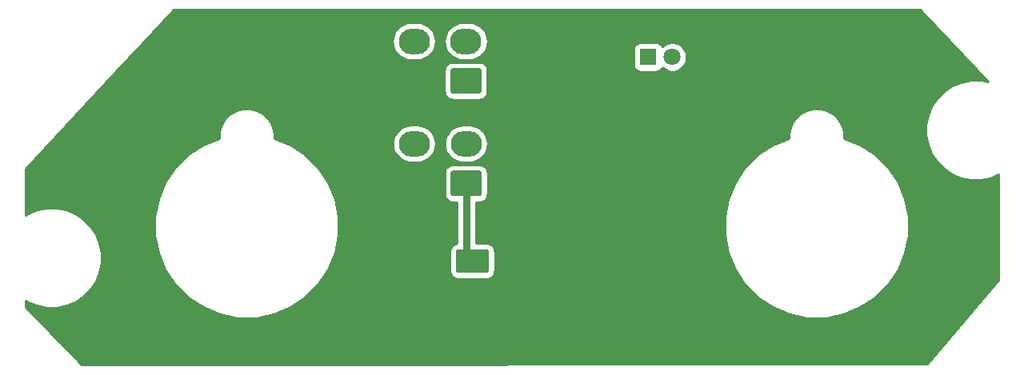
<source format=gbr>
%TF.GenerationSoftware,KiCad,Pcbnew,(5.1.6)-1*%
%TF.CreationDate,2020-12-18T17:10:49+11:00*%
%TF.ProjectId,HYD ISO Panel PCB V2,48594420-4953-44f2-9050-616e656c2050,rev?*%
%TF.SameCoordinates,Original*%
%TF.FileFunction,Copper,L2,Bot*%
%TF.FilePolarity,Positive*%
%FSLAX46Y46*%
G04 Gerber Fmt 4.6, Leading zero omitted, Abs format (unit mm)*
G04 Created by KiCad (PCBNEW (5.1.6)-1) date 2020-12-18 17:10:49*
%MOMM*%
%LPD*%
G01*
G04 APERTURE LIST*
%TA.AperFunction,ComponentPad*%
%ADD10O,3.300000X2.700000*%
%TD*%
%TA.AperFunction,ComponentPad*%
%ADD11C,1.800000*%
%TD*%
%TA.AperFunction,ComponentPad*%
%ADD12R,1.800000X1.800000*%
%TD*%
%TA.AperFunction,ViaPad*%
%ADD13C,0.800000*%
%TD*%
%TA.AperFunction,Conductor*%
%ADD14C,0.750000*%
%TD*%
%TA.AperFunction,Conductor*%
%ADD15C,0.254000*%
%TD*%
G04 APERTURE END LIST*
D10*
%TO.P,J2,4*%
%TO.N,/DATAOUT*%
X109485800Y-75164840D03*
%TO.P,J2,3*%
%TO.N,/LEDGND*%
X109485800Y-79364840D03*
%TO.P,J2,2*%
%TO.N,/LED+5V*%
X114985800Y-75164840D03*
%TO.P,J2,1*%
%TA.AperFunction,ComponentPad*%
G36*
G01*
X116385799Y-80714840D02*
X113585801Y-80714840D01*
G75*
G02*
X113335800Y-80464839I0J250001D01*
G01*
X113335800Y-78264841D01*
G75*
G02*
X113585801Y-78014840I250001J0D01*
G01*
X116385799Y-78014840D01*
G75*
G02*
X116635800Y-78264841I0J-250001D01*
G01*
X116635800Y-80464839D01*
G75*
G02*
X116385799Y-80714840I-250001J0D01*
G01*
G37*
%TD.AperFunction*%
%TD*%
%TO.P,J1,4*%
%TO.N,/DATAIN*%
X109468920Y-64320420D03*
%TO.P,J1,3*%
%TO.N,/LEDGND*%
X109468920Y-68520420D03*
%TO.P,J1,2*%
%TO.N,/LED+5V*%
X114968920Y-64320420D03*
%TO.P,J1,1*%
%TA.AperFunction,ComponentPad*%
G36*
G01*
X116368919Y-69870420D02*
X113568921Y-69870420D01*
G75*
G02*
X113318920Y-69620419I0J250001D01*
G01*
X113318920Y-67420421D01*
G75*
G02*
X113568921Y-67170420I250001J0D01*
G01*
X116368919Y-67170420D01*
G75*
G02*
X116618920Y-67420421I0J-250001D01*
G01*
X116618920Y-69620419D01*
G75*
G02*
X116368919Y-69870420I-250001J0D01*
G01*
G37*
%TD.AperFunction*%
%TD*%
%TO.P,C1,2*%
%TO.N,/LEDGND*%
%TA.AperFunction,SMDPad,CuDef*%
G36*
G01*
X110892460Y-86591900D02*
X110892460Y-88591900D01*
G75*
G02*
X110642460Y-88841900I-250000J0D01*
G01*
X107642460Y-88841900D01*
G75*
G02*
X107392460Y-88591900I0J250000D01*
G01*
X107392460Y-86591900D01*
G75*
G02*
X107642460Y-86341900I250000J0D01*
G01*
X110642460Y-86341900D01*
G75*
G02*
X110892460Y-86591900I0J-250000D01*
G01*
G37*
%TD.AperFunction*%
%TO.P,C1,1*%
%TO.N,/LED+5V*%
%TA.AperFunction,SMDPad,CuDef*%
G36*
G01*
X117392460Y-86591900D02*
X117392460Y-88591900D01*
G75*
G02*
X117142460Y-88841900I-250000J0D01*
G01*
X114142460Y-88841900D01*
G75*
G02*
X113892460Y-88591900I0J250000D01*
G01*
X113892460Y-86591900D01*
G75*
G02*
X114142460Y-86341900I250000J0D01*
G01*
X117142460Y-86341900D01*
G75*
G02*
X117392460Y-86591900I0J-250000D01*
G01*
G37*
%TD.AperFunction*%
%TD*%
D11*
%TO.P,D25,2*%
%TO.N,/LED+5V*%
X136800000Y-66000000D03*
D12*
%TO.P,D25,1*%
%TO.N,Net-(D25-Pad1)*%
X134260000Y-66000000D03*
%TD*%
D13*
%TO.N,/LEDGND*%
X89052400Y-97160080D03*
X100378460Y-96415660D03*
X83830160Y-91241880D03*
X96400620Y-69791580D03*
X101711760Y-75478640D03*
X106550660Y-81559200D03*
X106715560Y-88389460D03*
X130647440Y-64582040D03*
X126588520Y-67663060D03*
X123045220Y-88038940D03*
X123022360Y-78564740D03*
X126156720Y-96791780D03*
X144975580Y-92483940D03*
X142709900Y-71915020D03*
X166463980Y-83027520D03*
X165801440Y-90322000D03*
X161334546Y-94606206D03*
X155640859Y-97493001D03*
X81917540Y-76962611D03*
X156748480Y-69166740D03*
X161949612Y-74725388D03*
X142723340Y-78051660D03*
%TD*%
D14*
%TO.N,/LED+5V*%
X114985800Y-86935240D02*
X115642460Y-87591900D01*
X114985800Y-79364840D02*
X114985800Y-86935240D01*
%TD*%
D15*
%TO.N,/LEDGND*%
G36*
X170251825Y-68613067D02*
G01*
X169420848Y-68447776D01*
X168381370Y-68447776D01*
X167361865Y-68650568D01*
X166401512Y-69048359D01*
X165537218Y-69625863D01*
X164802196Y-70360885D01*
X164224692Y-71225179D01*
X163826901Y-72185532D01*
X163624109Y-73205037D01*
X163624109Y-74244515D01*
X163826901Y-75264020D01*
X164224692Y-76224373D01*
X164802196Y-77088667D01*
X165537218Y-77823689D01*
X166401512Y-78401193D01*
X167361865Y-78798984D01*
X168381370Y-79001776D01*
X169420848Y-79001776D01*
X170440353Y-78798984D01*
X171298000Y-78443735D01*
X171298001Y-89621225D01*
X163745822Y-98440506D01*
X74280482Y-98589532D01*
X68360287Y-92434409D01*
X68361016Y-91759317D01*
X68611512Y-91926693D01*
X69571865Y-92324484D01*
X70591370Y-92527276D01*
X71630848Y-92527276D01*
X72650353Y-92324484D01*
X73610706Y-91926693D01*
X74475000Y-91349189D01*
X75210022Y-90614167D01*
X75787526Y-89749873D01*
X76185317Y-88789520D01*
X76388109Y-87770015D01*
X76388109Y-86730537D01*
X76185317Y-85711032D01*
X75787526Y-84750679D01*
X75210022Y-83886385D01*
X74475000Y-83151363D01*
X74138844Y-82926750D01*
X82021609Y-82926750D01*
X82021609Y-84842802D01*
X82395412Y-86722037D01*
X83128653Y-88492238D01*
X84193155Y-90085377D01*
X85548008Y-91440230D01*
X87141147Y-92504732D01*
X88911348Y-93237973D01*
X90790583Y-93611776D01*
X92706635Y-93611776D01*
X94585870Y-93237973D01*
X96356071Y-92504732D01*
X97949210Y-91440230D01*
X99304063Y-90085377D01*
X100368565Y-88492238D01*
X101101806Y-86722037D01*
X101475609Y-84842802D01*
X101475609Y-82926750D01*
X101101806Y-81047515D01*
X100368565Y-79277314D01*
X99692052Y-78264841D01*
X112697728Y-78264841D01*
X112697728Y-80464839D01*
X112714792Y-80638093D01*
X112765329Y-80804690D01*
X112847395Y-80958226D01*
X112957839Y-81092801D01*
X113092414Y-81203245D01*
X113245950Y-81285311D01*
X113412547Y-81335848D01*
X113585801Y-81352912D01*
X113975800Y-81352912D01*
X113975801Y-85720242D01*
X113969206Y-85720892D01*
X113802610Y-85771428D01*
X113649074Y-85853495D01*
X113514498Y-85963938D01*
X113404055Y-86098514D01*
X113321988Y-86252050D01*
X113271452Y-86418646D01*
X113254388Y-86591900D01*
X113254388Y-88591900D01*
X113271452Y-88765154D01*
X113321988Y-88931750D01*
X113404055Y-89085286D01*
X113514498Y-89219862D01*
X113649074Y-89330305D01*
X113802610Y-89412372D01*
X113969206Y-89462908D01*
X114142460Y-89479972D01*
X117142460Y-89479972D01*
X117315714Y-89462908D01*
X117482310Y-89412372D01*
X117635846Y-89330305D01*
X117770422Y-89219862D01*
X117880865Y-89085286D01*
X117962932Y-88931750D01*
X118013468Y-88765154D01*
X118030532Y-88591900D01*
X118030532Y-86591900D01*
X118013468Y-86418646D01*
X117962932Y-86252050D01*
X117880865Y-86098514D01*
X117770422Y-85963938D01*
X117635846Y-85853495D01*
X117482310Y-85771428D01*
X117315714Y-85720892D01*
X117142460Y-85703828D01*
X115995800Y-85703828D01*
X115995800Y-82926750D01*
X142346609Y-82926750D01*
X142346609Y-84842802D01*
X142720412Y-86722037D01*
X143453653Y-88492238D01*
X144518155Y-90085377D01*
X145873008Y-91440230D01*
X147466147Y-92504732D01*
X149236348Y-93237973D01*
X151115583Y-93611776D01*
X153031635Y-93611776D01*
X154910870Y-93237973D01*
X156681071Y-92504732D01*
X158274210Y-91440230D01*
X159629063Y-90085377D01*
X160693565Y-88492238D01*
X161426806Y-86722037D01*
X161800609Y-84842802D01*
X161800609Y-82926750D01*
X161426806Y-81047515D01*
X160693565Y-79277314D01*
X159629063Y-77684175D01*
X158274210Y-76329322D01*
X156681071Y-75264820D01*
X154986609Y-74562951D01*
X154986609Y-74072871D01*
X154874664Y-73510085D01*
X154655076Y-72979953D01*
X154336284Y-72502847D01*
X153930538Y-72097101D01*
X153453432Y-71778309D01*
X152923300Y-71558721D01*
X152360514Y-71446776D01*
X151786704Y-71446776D01*
X151223918Y-71558721D01*
X150693786Y-71778309D01*
X150216680Y-72097101D01*
X149810934Y-72502847D01*
X149492142Y-72979953D01*
X149272554Y-73510085D01*
X149160609Y-74072871D01*
X149160609Y-74562951D01*
X147466147Y-75264820D01*
X145873008Y-76329322D01*
X144518155Y-77684175D01*
X143453653Y-79277314D01*
X142720412Y-81047515D01*
X142346609Y-82926750D01*
X115995800Y-82926750D01*
X115995800Y-81352912D01*
X116385799Y-81352912D01*
X116559053Y-81335848D01*
X116725650Y-81285311D01*
X116879186Y-81203245D01*
X117013761Y-81092801D01*
X117124205Y-80958226D01*
X117206271Y-80804690D01*
X117256808Y-80638093D01*
X117273872Y-80464839D01*
X117273872Y-78264841D01*
X117256808Y-78091587D01*
X117206271Y-77924990D01*
X117124205Y-77771454D01*
X117013761Y-77636879D01*
X116879186Y-77526435D01*
X116725650Y-77444369D01*
X116559053Y-77393832D01*
X116385799Y-77376768D01*
X113585801Y-77376768D01*
X113412547Y-77393832D01*
X113245950Y-77444369D01*
X113092414Y-77526435D01*
X112957839Y-77636879D01*
X112847395Y-77771454D01*
X112765329Y-77924990D01*
X112714792Y-78091587D01*
X112697728Y-78264841D01*
X99692052Y-78264841D01*
X99304063Y-77684175D01*
X97949210Y-76329322D01*
X96356071Y-75264820D01*
X96114698Y-75164840D01*
X107191196Y-75164840D01*
X107229522Y-75553968D01*
X107343026Y-75928142D01*
X107527347Y-76272983D01*
X107775402Y-76575238D01*
X108077657Y-76823293D01*
X108422498Y-77007614D01*
X108796672Y-77121118D01*
X109088290Y-77149840D01*
X109883310Y-77149840D01*
X110174928Y-77121118D01*
X110549102Y-77007614D01*
X110893943Y-76823293D01*
X111196198Y-76575238D01*
X111444253Y-76272983D01*
X111628574Y-75928142D01*
X111742078Y-75553968D01*
X111780404Y-75164840D01*
X112691196Y-75164840D01*
X112729522Y-75553968D01*
X112843026Y-75928142D01*
X113027347Y-76272983D01*
X113275402Y-76575238D01*
X113577657Y-76823293D01*
X113922498Y-77007614D01*
X114296672Y-77121118D01*
X114588290Y-77149840D01*
X115383310Y-77149840D01*
X115674928Y-77121118D01*
X116049102Y-77007614D01*
X116393943Y-76823293D01*
X116696198Y-76575238D01*
X116944253Y-76272983D01*
X117128574Y-75928142D01*
X117242078Y-75553968D01*
X117280404Y-75164840D01*
X117242078Y-74775712D01*
X117128574Y-74401538D01*
X116944253Y-74056697D01*
X116696198Y-73754442D01*
X116393943Y-73506387D01*
X116049102Y-73322066D01*
X115674928Y-73208562D01*
X115383310Y-73179840D01*
X114588290Y-73179840D01*
X114296672Y-73208562D01*
X113922498Y-73322066D01*
X113577657Y-73506387D01*
X113275402Y-73754442D01*
X113027347Y-74056697D01*
X112843026Y-74401538D01*
X112729522Y-74775712D01*
X112691196Y-75164840D01*
X111780404Y-75164840D01*
X111742078Y-74775712D01*
X111628574Y-74401538D01*
X111444253Y-74056697D01*
X111196198Y-73754442D01*
X110893943Y-73506387D01*
X110549102Y-73322066D01*
X110174928Y-73208562D01*
X109883310Y-73179840D01*
X109088290Y-73179840D01*
X108796672Y-73208562D01*
X108422498Y-73322066D01*
X108077657Y-73506387D01*
X107775402Y-73754442D01*
X107527347Y-74056697D01*
X107343026Y-74401538D01*
X107229522Y-74775712D01*
X107191196Y-75164840D01*
X96114698Y-75164840D01*
X94661609Y-74562951D01*
X94661609Y-74072871D01*
X94549664Y-73510085D01*
X94330076Y-72979953D01*
X94011284Y-72502847D01*
X93605538Y-72097101D01*
X93128432Y-71778309D01*
X92598300Y-71558721D01*
X92035514Y-71446776D01*
X91461704Y-71446776D01*
X90898918Y-71558721D01*
X90368786Y-71778309D01*
X89891680Y-72097101D01*
X89485934Y-72502847D01*
X89167142Y-72979953D01*
X88947554Y-73510085D01*
X88835609Y-74072871D01*
X88835609Y-74562951D01*
X87141147Y-75264820D01*
X85548008Y-76329322D01*
X84193155Y-77684175D01*
X83128653Y-79277314D01*
X82395412Y-81047515D01*
X82021609Y-82926750D01*
X74138844Y-82926750D01*
X73610706Y-82573859D01*
X72650353Y-82176068D01*
X71630848Y-81973276D01*
X70591370Y-81973276D01*
X69571865Y-82176068D01*
X68611512Y-82573859D01*
X68370767Y-82734720D01*
X68376119Y-77780968D01*
X78031657Y-67420421D01*
X112680848Y-67420421D01*
X112680848Y-69620419D01*
X112697912Y-69793673D01*
X112748449Y-69960270D01*
X112830515Y-70113806D01*
X112940959Y-70248381D01*
X113075534Y-70358825D01*
X113229070Y-70440891D01*
X113395667Y-70491428D01*
X113568921Y-70508492D01*
X116368919Y-70508492D01*
X116542173Y-70491428D01*
X116708770Y-70440891D01*
X116862306Y-70358825D01*
X116996881Y-70248381D01*
X117107325Y-70113806D01*
X117189391Y-69960270D01*
X117239928Y-69793673D01*
X117256992Y-69620419D01*
X117256992Y-67420421D01*
X117239928Y-67247167D01*
X117189391Y-67080570D01*
X117107325Y-66927034D01*
X116996881Y-66792459D01*
X116862306Y-66682015D01*
X116708770Y-66599949D01*
X116542173Y-66549412D01*
X116368919Y-66532348D01*
X113568921Y-66532348D01*
X113395667Y-66549412D01*
X113229070Y-66599949D01*
X113075534Y-66682015D01*
X112940959Y-66792459D01*
X112830515Y-66927034D01*
X112748449Y-67080570D01*
X112697912Y-67247167D01*
X112680848Y-67420421D01*
X78031657Y-67420421D01*
X80920712Y-64320420D01*
X107174316Y-64320420D01*
X107212642Y-64709548D01*
X107326146Y-65083722D01*
X107510467Y-65428563D01*
X107758522Y-65730818D01*
X108060777Y-65978873D01*
X108405618Y-66163194D01*
X108779792Y-66276698D01*
X109071410Y-66305420D01*
X109866430Y-66305420D01*
X110158048Y-66276698D01*
X110532222Y-66163194D01*
X110877063Y-65978873D01*
X111179318Y-65730818D01*
X111427373Y-65428563D01*
X111611694Y-65083722D01*
X111725198Y-64709548D01*
X111763524Y-64320420D01*
X112674316Y-64320420D01*
X112712642Y-64709548D01*
X112826146Y-65083722D01*
X113010467Y-65428563D01*
X113258522Y-65730818D01*
X113560777Y-65978873D01*
X113905618Y-66163194D01*
X114279792Y-66276698D01*
X114571410Y-66305420D01*
X115366430Y-66305420D01*
X115658048Y-66276698D01*
X116032222Y-66163194D01*
X116377063Y-65978873D01*
X116679318Y-65730818D01*
X116927373Y-65428563D01*
X117102993Y-65100000D01*
X132721928Y-65100000D01*
X132721928Y-66900000D01*
X132734188Y-67024482D01*
X132770498Y-67144180D01*
X132829463Y-67254494D01*
X132908815Y-67351185D01*
X133005506Y-67430537D01*
X133115820Y-67489502D01*
X133235518Y-67525812D01*
X133360000Y-67538072D01*
X135160000Y-67538072D01*
X135284482Y-67525812D01*
X135404180Y-67489502D01*
X135514494Y-67430537D01*
X135611185Y-67351185D01*
X135690537Y-67254494D01*
X135749502Y-67144180D01*
X135755056Y-67125873D01*
X135821495Y-67192312D01*
X136072905Y-67360299D01*
X136352257Y-67476011D01*
X136648816Y-67535000D01*
X136951184Y-67535000D01*
X137247743Y-67476011D01*
X137527095Y-67360299D01*
X137778505Y-67192312D01*
X137992312Y-66978505D01*
X138160299Y-66727095D01*
X138276011Y-66447743D01*
X138335000Y-66151184D01*
X138335000Y-65848816D01*
X138276011Y-65552257D01*
X138160299Y-65272905D01*
X137992312Y-65021495D01*
X137778505Y-64807688D01*
X137527095Y-64639701D01*
X137247743Y-64523989D01*
X136951184Y-64465000D01*
X136648816Y-64465000D01*
X136352257Y-64523989D01*
X136072905Y-64639701D01*
X135821495Y-64807688D01*
X135755056Y-64874127D01*
X135749502Y-64855820D01*
X135690537Y-64745506D01*
X135611185Y-64648815D01*
X135514494Y-64569463D01*
X135404180Y-64510498D01*
X135284482Y-64474188D01*
X135160000Y-64461928D01*
X133360000Y-64461928D01*
X133235518Y-64474188D01*
X133115820Y-64510498D01*
X133005506Y-64569463D01*
X132908815Y-64648815D01*
X132829463Y-64745506D01*
X132770498Y-64855820D01*
X132734188Y-64975518D01*
X132721928Y-65100000D01*
X117102993Y-65100000D01*
X117111694Y-65083722D01*
X117225198Y-64709548D01*
X117263524Y-64320420D01*
X117225198Y-63931292D01*
X117111694Y-63557118D01*
X116927373Y-63212277D01*
X116679318Y-62910022D01*
X116377063Y-62661967D01*
X116032222Y-62477646D01*
X115658048Y-62364142D01*
X115366430Y-62335420D01*
X114571410Y-62335420D01*
X114279792Y-62364142D01*
X113905618Y-62477646D01*
X113560777Y-62661967D01*
X113258522Y-62910022D01*
X113010467Y-63212277D01*
X112826146Y-63557118D01*
X112712642Y-63931292D01*
X112674316Y-64320420D01*
X111763524Y-64320420D01*
X111725198Y-63931292D01*
X111611694Y-63557118D01*
X111427373Y-63212277D01*
X111179318Y-62910022D01*
X110877063Y-62661967D01*
X110532222Y-62477646D01*
X110158048Y-62364142D01*
X109866430Y-62335420D01*
X109071410Y-62335420D01*
X108779792Y-62364142D01*
X108405618Y-62477646D01*
X108060777Y-62661967D01*
X107758522Y-62910022D01*
X107510467Y-63212277D01*
X107326146Y-63557118D01*
X107212642Y-63931292D01*
X107174316Y-64320420D01*
X80920712Y-64320420D01*
X84005495Y-61010400D01*
X162988943Y-61010400D01*
X170251825Y-68613067D01*
G37*
X170251825Y-68613067D02*
X169420848Y-68447776D01*
X168381370Y-68447776D01*
X167361865Y-68650568D01*
X166401512Y-69048359D01*
X165537218Y-69625863D01*
X164802196Y-70360885D01*
X164224692Y-71225179D01*
X163826901Y-72185532D01*
X163624109Y-73205037D01*
X163624109Y-74244515D01*
X163826901Y-75264020D01*
X164224692Y-76224373D01*
X164802196Y-77088667D01*
X165537218Y-77823689D01*
X166401512Y-78401193D01*
X167361865Y-78798984D01*
X168381370Y-79001776D01*
X169420848Y-79001776D01*
X170440353Y-78798984D01*
X171298000Y-78443735D01*
X171298001Y-89621225D01*
X163745822Y-98440506D01*
X74280482Y-98589532D01*
X68360287Y-92434409D01*
X68361016Y-91759317D01*
X68611512Y-91926693D01*
X69571865Y-92324484D01*
X70591370Y-92527276D01*
X71630848Y-92527276D01*
X72650353Y-92324484D01*
X73610706Y-91926693D01*
X74475000Y-91349189D01*
X75210022Y-90614167D01*
X75787526Y-89749873D01*
X76185317Y-88789520D01*
X76388109Y-87770015D01*
X76388109Y-86730537D01*
X76185317Y-85711032D01*
X75787526Y-84750679D01*
X75210022Y-83886385D01*
X74475000Y-83151363D01*
X74138844Y-82926750D01*
X82021609Y-82926750D01*
X82021609Y-84842802D01*
X82395412Y-86722037D01*
X83128653Y-88492238D01*
X84193155Y-90085377D01*
X85548008Y-91440230D01*
X87141147Y-92504732D01*
X88911348Y-93237973D01*
X90790583Y-93611776D01*
X92706635Y-93611776D01*
X94585870Y-93237973D01*
X96356071Y-92504732D01*
X97949210Y-91440230D01*
X99304063Y-90085377D01*
X100368565Y-88492238D01*
X101101806Y-86722037D01*
X101475609Y-84842802D01*
X101475609Y-82926750D01*
X101101806Y-81047515D01*
X100368565Y-79277314D01*
X99692052Y-78264841D01*
X112697728Y-78264841D01*
X112697728Y-80464839D01*
X112714792Y-80638093D01*
X112765329Y-80804690D01*
X112847395Y-80958226D01*
X112957839Y-81092801D01*
X113092414Y-81203245D01*
X113245950Y-81285311D01*
X113412547Y-81335848D01*
X113585801Y-81352912D01*
X113975800Y-81352912D01*
X113975801Y-85720242D01*
X113969206Y-85720892D01*
X113802610Y-85771428D01*
X113649074Y-85853495D01*
X113514498Y-85963938D01*
X113404055Y-86098514D01*
X113321988Y-86252050D01*
X113271452Y-86418646D01*
X113254388Y-86591900D01*
X113254388Y-88591900D01*
X113271452Y-88765154D01*
X113321988Y-88931750D01*
X113404055Y-89085286D01*
X113514498Y-89219862D01*
X113649074Y-89330305D01*
X113802610Y-89412372D01*
X113969206Y-89462908D01*
X114142460Y-89479972D01*
X117142460Y-89479972D01*
X117315714Y-89462908D01*
X117482310Y-89412372D01*
X117635846Y-89330305D01*
X117770422Y-89219862D01*
X117880865Y-89085286D01*
X117962932Y-88931750D01*
X118013468Y-88765154D01*
X118030532Y-88591900D01*
X118030532Y-86591900D01*
X118013468Y-86418646D01*
X117962932Y-86252050D01*
X117880865Y-86098514D01*
X117770422Y-85963938D01*
X117635846Y-85853495D01*
X117482310Y-85771428D01*
X117315714Y-85720892D01*
X117142460Y-85703828D01*
X115995800Y-85703828D01*
X115995800Y-82926750D01*
X142346609Y-82926750D01*
X142346609Y-84842802D01*
X142720412Y-86722037D01*
X143453653Y-88492238D01*
X144518155Y-90085377D01*
X145873008Y-91440230D01*
X147466147Y-92504732D01*
X149236348Y-93237973D01*
X151115583Y-93611776D01*
X153031635Y-93611776D01*
X154910870Y-93237973D01*
X156681071Y-92504732D01*
X158274210Y-91440230D01*
X159629063Y-90085377D01*
X160693565Y-88492238D01*
X161426806Y-86722037D01*
X161800609Y-84842802D01*
X161800609Y-82926750D01*
X161426806Y-81047515D01*
X160693565Y-79277314D01*
X159629063Y-77684175D01*
X158274210Y-76329322D01*
X156681071Y-75264820D01*
X154986609Y-74562951D01*
X154986609Y-74072871D01*
X154874664Y-73510085D01*
X154655076Y-72979953D01*
X154336284Y-72502847D01*
X153930538Y-72097101D01*
X153453432Y-71778309D01*
X152923300Y-71558721D01*
X152360514Y-71446776D01*
X151786704Y-71446776D01*
X151223918Y-71558721D01*
X150693786Y-71778309D01*
X150216680Y-72097101D01*
X149810934Y-72502847D01*
X149492142Y-72979953D01*
X149272554Y-73510085D01*
X149160609Y-74072871D01*
X149160609Y-74562951D01*
X147466147Y-75264820D01*
X145873008Y-76329322D01*
X144518155Y-77684175D01*
X143453653Y-79277314D01*
X142720412Y-81047515D01*
X142346609Y-82926750D01*
X115995800Y-82926750D01*
X115995800Y-81352912D01*
X116385799Y-81352912D01*
X116559053Y-81335848D01*
X116725650Y-81285311D01*
X116879186Y-81203245D01*
X117013761Y-81092801D01*
X117124205Y-80958226D01*
X117206271Y-80804690D01*
X117256808Y-80638093D01*
X117273872Y-80464839D01*
X117273872Y-78264841D01*
X117256808Y-78091587D01*
X117206271Y-77924990D01*
X117124205Y-77771454D01*
X117013761Y-77636879D01*
X116879186Y-77526435D01*
X116725650Y-77444369D01*
X116559053Y-77393832D01*
X116385799Y-77376768D01*
X113585801Y-77376768D01*
X113412547Y-77393832D01*
X113245950Y-77444369D01*
X113092414Y-77526435D01*
X112957839Y-77636879D01*
X112847395Y-77771454D01*
X112765329Y-77924990D01*
X112714792Y-78091587D01*
X112697728Y-78264841D01*
X99692052Y-78264841D01*
X99304063Y-77684175D01*
X97949210Y-76329322D01*
X96356071Y-75264820D01*
X96114698Y-75164840D01*
X107191196Y-75164840D01*
X107229522Y-75553968D01*
X107343026Y-75928142D01*
X107527347Y-76272983D01*
X107775402Y-76575238D01*
X108077657Y-76823293D01*
X108422498Y-77007614D01*
X108796672Y-77121118D01*
X109088290Y-77149840D01*
X109883310Y-77149840D01*
X110174928Y-77121118D01*
X110549102Y-77007614D01*
X110893943Y-76823293D01*
X111196198Y-76575238D01*
X111444253Y-76272983D01*
X111628574Y-75928142D01*
X111742078Y-75553968D01*
X111780404Y-75164840D01*
X112691196Y-75164840D01*
X112729522Y-75553968D01*
X112843026Y-75928142D01*
X113027347Y-76272983D01*
X113275402Y-76575238D01*
X113577657Y-76823293D01*
X113922498Y-77007614D01*
X114296672Y-77121118D01*
X114588290Y-77149840D01*
X115383310Y-77149840D01*
X115674928Y-77121118D01*
X116049102Y-77007614D01*
X116393943Y-76823293D01*
X116696198Y-76575238D01*
X116944253Y-76272983D01*
X117128574Y-75928142D01*
X117242078Y-75553968D01*
X117280404Y-75164840D01*
X117242078Y-74775712D01*
X117128574Y-74401538D01*
X116944253Y-74056697D01*
X116696198Y-73754442D01*
X116393943Y-73506387D01*
X116049102Y-73322066D01*
X115674928Y-73208562D01*
X115383310Y-73179840D01*
X114588290Y-73179840D01*
X114296672Y-73208562D01*
X113922498Y-73322066D01*
X113577657Y-73506387D01*
X113275402Y-73754442D01*
X113027347Y-74056697D01*
X112843026Y-74401538D01*
X112729522Y-74775712D01*
X112691196Y-75164840D01*
X111780404Y-75164840D01*
X111742078Y-74775712D01*
X111628574Y-74401538D01*
X111444253Y-74056697D01*
X111196198Y-73754442D01*
X110893943Y-73506387D01*
X110549102Y-73322066D01*
X110174928Y-73208562D01*
X109883310Y-73179840D01*
X109088290Y-73179840D01*
X108796672Y-73208562D01*
X108422498Y-73322066D01*
X108077657Y-73506387D01*
X107775402Y-73754442D01*
X107527347Y-74056697D01*
X107343026Y-74401538D01*
X107229522Y-74775712D01*
X107191196Y-75164840D01*
X96114698Y-75164840D01*
X94661609Y-74562951D01*
X94661609Y-74072871D01*
X94549664Y-73510085D01*
X94330076Y-72979953D01*
X94011284Y-72502847D01*
X93605538Y-72097101D01*
X93128432Y-71778309D01*
X92598300Y-71558721D01*
X92035514Y-71446776D01*
X91461704Y-71446776D01*
X90898918Y-71558721D01*
X90368786Y-71778309D01*
X89891680Y-72097101D01*
X89485934Y-72502847D01*
X89167142Y-72979953D01*
X88947554Y-73510085D01*
X88835609Y-74072871D01*
X88835609Y-74562951D01*
X87141147Y-75264820D01*
X85548008Y-76329322D01*
X84193155Y-77684175D01*
X83128653Y-79277314D01*
X82395412Y-81047515D01*
X82021609Y-82926750D01*
X74138844Y-82926750D01*
X73610706Y-82573859D01*
X72650353Y-82176068D01*
X71630848Y-81973276D01*
X70591370Y-81973276D01*
X69571865Y-82176068D01*
X68611512Y-82573859D01*
X68370767Y-82734720D01*
X68376119Y-77780968D01*
X78031657Y-67420421D01*
X112680848Y-67420421D01*
X112680848Y-69620419D01*
X112697912Y-69793673D01*
X112748449Y-69960270D01*
X112830515Y-70113806D01*
X112940959Y-70248381D01*
X113075534Y-70358825D01*
X113229070Y-70440891D01*
X113395667Y-70491428D01*
X113568921Y-70508492D01*
X116368919Y-70508492D01*
X116542173Y-70491428D01*
X116708770Y-70440891D01*
X116862306Y-70358825D01*
X116996881Y-70248381D01*
X117107325Y-70113806D01*
X117189391Y-69960270D01*
X117239928Y-69793673D01*
X117256992Y-69620419D01*
X117256992Y-67420421D01*
X117239928Y-67247167D01*
X117189391Y-67080570D01*
X117107325Y-66927034D01*
X116996881Y-66792459D01*
X116862306Y-66682015D01*
X116708770Y-66599949D01*
X116542173Y-66549412D01*
X116368919Y-66532348D01*
X113568921Y-66532348D01*
X113395667Y-66549412D01*
X113229070Y-66599949D01*
X113075534Y-66682015D01*
X112940959Y-66792459D01*
X112830515Y-66927034D01*
X112748449Y-67080570D01*
X112697912Y-67247167D01*
X112680848Y-67420421D01*
X78031657Y-67420421D01*
X80920712Y-64320420D01*
X107174316Y-64320420D01*
X107212642Y-64709548D01*
X107326146Y-65083722D01*
X107510467Y-65428563D01*
X107758522Y-65730818D01*
X108060777Y-65978873D01*
X108405618Y-66163194D01*
X108779792Y-66276698D01*
X109071410Y-66305420D01*
X109866430Y-66305420D01*
X110158048Y-66276698D01*
X110532222Y-66163194D01*
X110877063Y-65978873D01*
X111179318Y-65730818D01*
X111427373Y-65428563D01*
X111611694Y-65083722D01*
X111725198Y-64709548D01*
X111763524Y-64320420D01*
X112674316Y-64320420D01*
X112712642Y-64709548D01*
X112826146Y-65083722D01*
X113010467Y-65428563D01*
X113258522Y-65730818D01*
X113560777Y-65978873D01*
X113905618Y-66163194D01*
X114279792Y-66276698D01*
X114571410Y-66305420D01*
X115366430Y-66305420D01*
X115658048Y-66276698D01*
X116032222Y-66163194D01*
X116377063Y-65978873D01*
X116679318Y-65730818D01*
X116927373Y-65428563D01*
X117102993Y-65100000D01*
X132721928Y-65100000D01*
X132721928Y-66900000D01*
X132734188Y-67024482D01*
X132770498Y-67144180D01*
X132829463Y-67254494D01*
X132908815Y-67351185D01*
X133005506Y-67430537D01*
X133115820Y-67489502D01*
X133235518Y-67525812D01*
X133360000Y-67538072D01*
X135160000Y-67538072D01*
X135284482Y-67525812D01*
X135404180Y-67489502D01*
X135514494Y-67430537D01*
X135611185Y-67351185D01*
X135690537Y-67254494D01*
X135749502Y-67144180D01*
X135755056Y-67125873D01*
X135821495Y-67192312D01*
X136072905Y-67360299D01*
X136352257Y-67476011D01*
X136648816Y-67535000D01*
X136951184Y-67535000D01*
X137247743Y-67476011D01*
X137527095Y-67360299D01*
X137778505Y-67192312D01*
X137992312Y-66978505D01*
X138160299Y-66727095D01*
X138276011Y-66447743D01*
X138335000Y-66151184D01*
X138335000Y-65848816D01*
X138276011Y-65552257D01*
X138160299Y-65272905D01*
X137992312Y-65021495D01*
X137778505Y-64807688D01*
X137527095Y-64639701D01*
X137247743Y-64523989D01*
X136951184Y-64465000D01*
X136648816Y-64465000D01*
X136352257Y-64523989D01*
X136072905Y-64639701D01*
X135821495Y-64807688D01*
X135755056Y-64874127D01*
X135749502Y-64855820D01*
X135690537Y-64745506D01*
X135611185Y-64648815D01*
X135514494Y-64569463D01*
X135404180Y-64510498D01*
X135284482Y-64474188D01*
X135160000Y-64461928D01*
X133360000Y-64461928D01*
X133235518Y-64474188D01*
X133115820Y-64510498D01*
X133005506Y-64569463D01*
X132908815Y-64648815D01*
X132829463Y-64745506D01*
X132770498Y-64855820D01*
X132734188Y-64975518D01*
X132721928Y-65100000D01*
X117102993Y-65100000D01*
X117111694Y-65083722D01*
X117225198Y-64709548D01*
X117263524Y-64320420D01*
X117225198Y-63931292D01*
X117111694Y-63557118D01*
X116927373Y-63212277D01*
X116679318Y-62910022D01*
X116377063Y-62661967D01*
X116032222Y-62477646D01*
X115658048Y-62364142D01*
X115366430Y-62335420D01*
X114571410Y-62335420D01*
X114279792Y-62364142D01*
X113905618Y-62477646D01*
X113560777Y-62661967D01*
X113258522Y-62910022D01*
X113010467Y-63212277D01*
X112826146Y-63557118D01*
X112712642Y-63931292D01*
X112674316Y-64320420D01*
X111763524Y-64320420D01*
X111725198Y-63931292D01*
X111611694Y-63557118D01*
X111427373Y-63212277D01*
X111179318Y-62910022D01*
X110877063Y-62661967D01*
X110532222Y-62477646D01*
X110158048Y-62364142D01*
X109866430Y-62335420D01*
X109071410Y-62335420D01*
X108779792Y-62364142D01*
X108405618Y-62477646D01*
X108060777Y-62661967D01*
X107758522Y-62910022D01*
X107510467Y-63212277D01*
X107326146Y-63557118D01*
X107212642Y-63931292D01*
X107174316Y-64320420D01*
X80920712Y-64320420D01*
X84005495Y-61010400D01*
X162988943Y-61010400D01*
X170251825Y-68613067D01*
%TD*%
M02*

</source>
